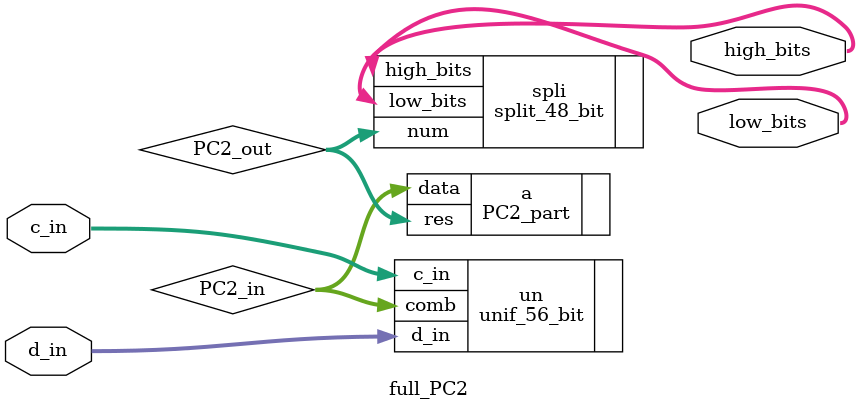
<source format=v>
`timescale 1ns / 1ps


module full_PC2(
    input [27:0] c_in,
    input [27:0] d_in,
    output [31:0] low_bits,
    output [15:0] high_bits
    );
    wire [55:0] PC2_in;
    wire [47:0] PC2_out;
    unif_56_bit un(.c_in(c_in),.d_in(d_in),.comb(PC2_in));
    PC2_part a(.data(PC2_in),.res(PC2_out));
    split_48_bit spli(.low_bits(low_bits),.high_bits(high_bits),.num(PC2_out));
endmodule

</source>
